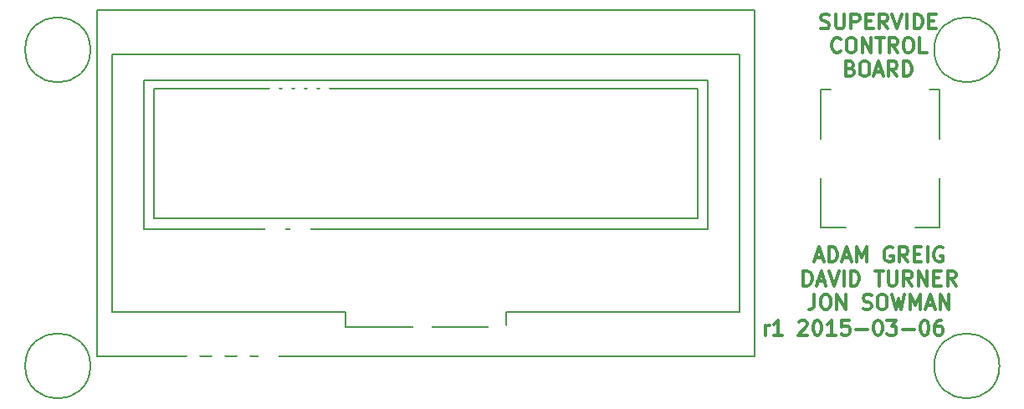
<source format=gto>
G04 #@! TF.FileFunction,Legend,Top*
%FSLAX46Y46*%
G04 Gerber Fmt 4.6, Leading zero omitted, Abs format (unit mm)*
G04 Created by KiCad (PCBNEW 0.201503020946+5465~21~ubuntu14.04.1-product) date Mon 30 Mar 2015 02:09:57 BST*
%MOMM*%
G01*
G04 APERTURE LIST*
%ADD10C,0.100000*%
%ADD11C,0.300000*%
%ADD12C,0.150000*%
%ADD13C,0.650000*%
%ADD14C,1.016000*%
%ADD15C,2.000000*%
%ADD16C,1.600000*%
%ADD17C,3.200000*%
%ADD18C,6.300000*%
%ADD19C,0.600000*%
%ADD20C,3.000000*%
%ADD21R,2.000000X2.000000*%
%ADD22C,2.500000*%
G04 APERTURE END LIST*
D10*
D11*
X125585717Y-132878571D02*
X125585717Y-131878571D01*
X125585717Y-132164286D02*
X125657145Y-132021429D01*
X125728574Y-131950000D01*
X125871431Y-131878571D01*
X126014288Y-131878571D01*
X127300002Y-132878571D02*
X126442859Y-132878571D01*
X126871431Y-132878571D02*
X126871431Y-131378571D01*
X126728574Y-131592857D01*
X126585716Y-131735714D01*
X126442859Y-131807143D01*
X129014287Y-131521429D02*
X129085716Y-131450000D01*
X129228573Y-131378571D01*
X129585716Y-131378571D01*
X129728573Y-131450000D01*
X129800002Y-131521429D01*
X129871430Y-131664286D01*
X129871430Y-131807143D01*
X129800002Y-132021429D01*
X128942859Y-132878571D01*
X129871430Y-132878571D01*
X130800001Y-131378571D02*
X130942858Y-131378571D01*
X131085715Y-131450000D01*
X131157144Y-131521429D01*
X131228573Y-131664286D01*
X131300001Y-131950000D01*
X131300001Y-132307143D01*
X131228573Y-132592857D01*
X131157144Y-132735714D01*
X131085715Y-132807143D01*
X130942858Y-132878571D01*
X130800001Y-132878571D01*
X130657144Y-132807143D01*
X130585715Y-132735714D01*
X130514287Y-132592857D01*
X130442858Y-132307143D01*
X130442858Y-131950000D01*
X130514287Y-131664286D01*
X130585715Y-131521429D01*
X130657144Y-131450000D01*
X130800001Y-131378571D01*
X132728572Y-132878571D02*
X131871429Y-132878571D01*
X132300001Y-132878571D02*
X132300001Y-131378571D01*
X132157144Y-131592857D01*
X132014286Y-131735714D01*
X131871429Y-131807143D01*
X134085715Y-131378571D02*
X133371429Y-131378571D01*
X133300000Y-132092857D01*
X133371429Y-132021429D01*
X133514286Y-131950000D01*
X133871429Y-131950000D01*
X134014286Y-132021429D01*
X134085715Y-132092857D01*
X134157143Y-132235714D01*
X134157143Y-132592857D01*
X134085715Y-132735714D01*
X134014286Y-132807143D01*
X133871429Y-132878571D01*
X133514286Y-132878571D01*
X133371429Y-132807143D01*
X133300000Y-132735714D01*
X134800000Y-132307143D02*
X135942857Y-132307143D01*
X136942857Y-131378571D02*
X137085714Y-131378571D01*
X137228571Y-131450000D01*
X137300000Y-131521429D01*
X137371429Y-131664286D01*
X137442857Y-131950000D01*
X137442857Y-132307143D01*
X137371429Y-132592857D01*
X137300000Y-132735714D01*
X137228571Y-132807143D01*
X137085714Y-132878571D01*
X136942857Y-132878571D01*
X136800000Y-132807143D01*
X136728571Y-132735714D01*
X136657143Y-132592857D01*
X136585714Y-132307143D01*
X136585714Y-131950000D01*
X136657143Y-131664286D01*
X136728571Y-131521429D01*
X136800000Y-131450000D01*
X136942857Y-131378571D01*
X137942857Y-131378571D02*
X138871428Y-131378571D01*
X138371428Y-131950000D01*
X138585714Y-131950000D01*
X138728571Y-132021429D01*
X138800000Y-132092857D01*
X138871428Y-132235714D01*
X138871428Y-132592857D01*
X138800000Y-132735714D01*
X138728571Y-132807143D01*
X138585714Y-132878571D01*
X138157142Y-132878571D01*
X138014285Y-132807143D01*
X137942857Y-132735714D01*
X139514285Y-132307143D02*
X140657142Y-132307143D01*
X141657142Y-131378571D02*
X141799999Y-131378571D01*
X141942856Y-131450000D01*
X142014285Y-131521429D01*
X142085714Y-131664286D01*
X142157142Y-131950000D01*
X142157142Y-132307143D01*
X142085714Y-132592857D01*
X142014285Y-132735714D01*
X141942856Y-132807143D01*
X141799999Y-132878571D01*
X141657142Y-132878571D01*
X141514285Y-132807143D01*
X141442856Y-132735714D01*
X141371428Y-132592857D01*
X141299999Y-132307143D01*
X141299999Y-131950000D01*
X141371428Y-131664286D01*
X141442856Y-131521429D01*
X141514285Y-131450000D01*
X141657142Y-131378571D01*
X143442856Y-131378571D02*
X143157142Y-131378571D01*
X143014285Y-131450000D01*
X142942856Y-131521429D01*
X142799999Y-131735714D01*
X142728570Y-132021429D01*
X142728570Y-132592857D01*
X142799999Y-132735714D01*
X142871427Y-132807143D01*
X143014285Y-132878571D01*
X143299999Y-132878571D01*
X143442856Y-132807143D01*
X143514285Y-132735714D01*
X143585713Y-132592857D01*
X143585713Y-132235714D01*
X143514285Y-132092857D01*
X143442856Y-132021429D01*
X143299999Y-131950000D01*
X143014285Y-131950000D01*
X142871427Y-132021429D01*
X142799999Y-132092857D01*
X142728570Y-132235714D01*
X130685714Y-125050000D02*
X131400000Y-125050000D01*
X130542857Y-125478571D02*
X131042857Y-123978571D01*
X131542857Y-125478571D01*
X132042857Y-125478571D02*
X132042857Y-123978571D01*
X132400000Y-123978571D01*
X132614285Y-124050000D01*
X132757143Y-124192857D01*
X132828571Y-124335714D01*
X132900000Y-124621429D01*
X132900000Y-124835714D01*
X132828571Y-125121429D01*
X132757143Y-125264286D01*
X132614285Y-125407143D01*
X132400000Y-125478571D01*
X132042857Y-125478571D01*
X133471428Y-125050000D02*
X134185714Y-125050000D01*
X133328571Y-125478571D02*
X133828571Y-123978571D01*
X134328571Y-125478571D01*
X134828571Y-125478571D02*
X134828571Y-123978571D01*
X135328571Y-125050000D01*
X135828571Y-123978571D01*
X135828571Y-125478571D01*
X138471428Y-124050000D02*
X138328571Y-123978571D01*
X138114285Y-123978571D01*
X137900000Y-124050000D01*
X137757142Y-124192857D01*
X137685714Y-124335714D01*
X137614285Y-124621429D01*
X137614285Y-124835714D01*
X137685714Y-125121429D01*
X137757142Y-125264286D01*
X137900000Y-125407143D01*
X138114285Y-125478571D01*
X138257142Y-125478571D01*
X138471428Y-125407143D01*
X138542857Y-125335714D01*
X138542857Y-124835714D01*
X138257142Y-124835714D01*
X140042857Y-125478571D02*
X139542857Y-124764286D01*
X139185714Y-125478571D02*
X139185714Y-123978571D01*
X139757142Y-123978571D01*
X139900000Y-124050000D01*
X139971428Y-124121429D01*
X140042857Y-124264286D01*
X140042857Y-124478571D01*
X139971428Y-124621429D01*
X139900000Y-124692857D01*
X139757142Y-124764286D01*
X139185714Y-124764286D01*
X140685714Y-124692857D02*
X141185714Y-124692857D01*
X141400000Y-125478571D02*
X140685714Y-125478571D01*
X140685714Y-123978571D01*
X141400000Y-123978571D01*
X142042857Y-125478571D02*
X142042857Y-123978571D01*
X143542857Y-124050000D02*
X143400000Y-123978571D01*
X143185714Y-123978571D01*
X142971429Y-124050000D01*
X142828571Y-124192857D01*
X142757143Y-124335714D01*
X142685714Y-124621429D01*
X142685714Y-124835714D01*
X142757143Y-125121429D01*
X142828571Y-125264286D01*
X142971429Y-125407143D01*
X143185714Y-125478571D01*
X143328571Y-125478571D01*
X143542857Y-125407143D01*
X143614286Y-125335714D01*
X143614286Y-124835714D01*
X143328571Y-124835714D01*
X129471429Y-127878571D02*
X129471429Y-126378571D01*
X129828572Y-126378571D01*
X130042857Y-126450000D01*
X130185715Y-126592857D01*
X130257143Y-126735714D01*
X130328572Y-127021429D01*
X130328572Y-127235714D01*
X130257143Y-127521429D01*
X130185715Y-127664286D01*
X130042857Y-127807143D01*
X129828572Y-127878571D01*
X129471429Y-127878571D01*
X130900000Y-127450000D02*
X131614286Y-127450000D01*
X130757143Y-127878571D02*
X131257143Y-126378571D01*
X131757143Y-127878571D01*
X132042857Y-126378571D02*
X132542857Y-127878571D01*
X133042857Y-126378571D01*
X133542857Y-127878571D02*
X133542857Y-126378571D01*
X134257143Y-127878571D02*
X134257143Y-126378571D01*
X134614286Y-126378571D01*
X134828571Y-126450000D01*
X134971429Y-126592857D01*
X135042857Y-126735714D01*
X135114286Y-127021429D01*
X135114286Y-127235714D01*
X135042857Y-127521429D01*
X134971429Y-127664286D01*
X134828571Y-127807143D01*
X134614286Y-127878571D01*
X134257143Y-127878571D01*
X136685714Y-126378571D02*
X137542857Y-126378571D01*
X137114286Y-127878571D02*
X137114286Y-126378571D01*
X138042857Y-126378571D02*
X138042857Y-127592857D01*
X138114285Y-127735714D01*
X138185714Y-127807143D01*
X138328571Y-127878571D01*
X138614285Y-127878571D01*
X138757143Y-127807143D01*
X138828571Y-127735714D01*
X138900000Y-127592857D01*
X138900000Y-126378571D01*
X140471429Y-127878571D02*
X139971429Y-127164286D01*
X139614286Y-127878571D02*
X139614286Y-126378571D01*
X140185714Y-126378571D01*
X140328572Y-126450000D01*
X140400000Y-126521429D01*
X140471429Y-126664286D01*
X140471429Y-126878571D01*
X140400000Y-127021429D01*
X140328572Y-127092857D01*
X140185714Y-127164286D01*
X139614286Y-127164286D01*
X141114286Y-127878571D02*
X141114286Y-126378571D01*
X141971429Y-127878571D01*
X141971429Y-126378571D01*
X142685715Y-127092857D02*
X143185715Y-127092857D01*
X143400001Y-127878571D02*
X142685715Y-127878571D01*
X142685715Y-126378571D01*
X143400001Y-126378571D01*
X144900001Y-127878571D02*
X144400001Y-127164286D01*
X144042858Y-127878571D02*
X144042858Y-126378571D01*
X144614286Y-126378571D01*
X144757144Y-126450000D01*
X144828572Y-126521429D01*
X144900001Y-126664286D01*
X144900001Y-126878571D01*
X144828572Y-127021429D01*
X144757144Y-127092857D01*
X144614286Y-127164286D01*
X144042858Y-127164286D01*
X130578571Y-128778571D02*
X130578571Y-129850000D01*
X130507143Y-130064286D01*
X130364286Y-130207143D01*
X130150000Y-130278571D01*
X130007143Y-130278571D01*
X131578571Y-128778571D02*
X131864285Y-128778571D01*
X132007143Y-128850000D01*
X132150000Y-128992857D01*
X132221428Y-129278571D01*
X132221428Y-129778571D01*
X132150000Y-130064286D01*
X132007143Y-130207143D01*
X131864285Y-130278571D01*
X131578571Y-130278571D01*
X131435714Y-130207143D01*
X131292857Y-130064286D01*
X131221428Y-129778571D01*
X131221428Y-129278571D01*
X131292857Y-128992857D01*
X131435714Y-128850000D01*
X131578571Y-128778571D01*
X132864286Y-130278571D02*
X132864286Y-128778571D01*
X133721429Y-130278571D01*
X133721429Y-128778571D01*
X135507143Y-130207143D02*
X135721429Y-130278571D01*
X136078572Y-130278571D01*
X136221429Y-130207143D01*
X136292858Y-130135714D01*
X136364286Y-129992857D01*
X136364286Y-129850000D01*
X136292858Y-129707143D01*
X136221429Y-129635714D01*
X136078572Y-129564286D01*
X135792858Y-129492857D01*
X135650000Y-129421429D01*
X135578572Y-129350000D01*
X135507143Y-129207143D01*
X135507143Y-129064286D01*
X135578572Y-128921429D01*
X135650000Y-128850000D01*
X135792858Y-128778571D01*
X136150000Y-128778571D01*
X136364286Y-128850000D01*
X137292857Y-128778571D02*
X137578571Y-128778571D01*
X137721429Y-128850000D01*
X137864286Y-128992857D01*
X137935714Y-129278571D01*
X137935714Y-129778571D01*
X137864286Y-130064286D01*
X137721429Y-130207143D01*
X137578571Y-130278571D01*
X137292857Y-130278571D01*
X137150000Y-130207143D01*
X137007143Y-130064286D01*
X136935714Y-129778571D01*
X136935714Y-129278571D01*
X137007143Y-128992857D01*
X137150000Y-128850000D01*
X137292857Y-128778571D01*
X138435715Y-128778571D02*
X138792858Y-130278571D01*
X139078572Y-129207143D01*
X139364286Y-130278571D01*
X139721429Y-128778571D01*
X140292858Y-130278571D02*
X140292858Y-128778571D01*
X140792858Y-129850000D01*
X141292858Y-128778571D01*
X141292858Y-130278571D01*
X141935715Y-129850000D02*
X142650001Y-129850000D01*
X141792858Y-130278571D02*
X142292858Y-128778571D01*
X142792858Y-130278571D01*
X143292858Y-130278571D02*
X143292858Y-128778571D01*
X144150001Y-130278571D01*
X144150001Y-128778571D01*
X131228571Y-101807143D02*
X131442857Y-101878571D01*
X131800000Y-101878571D01*
X131942857Y-101807143D01*
X132014286Y-101735714D01*
X132085714Y-101592857D01*
X132085714Y-101450000D01*
X132014286Y-101307143D01*
X131942857Y-101235714D01*
X131800000Y-101164286D01*
X131514286Y-101092857D01*
X131371428Y-101021429D01*
X131300000Y-100950000D01*
X131228571Y-100807143D01*
X131228571Y-100664286D01*
X131300000Y-100521429D01*
X131371428Y-100450000D01*
X131514286Y-100378571D01*
X131871428Y-100378571D01*
X132085714Y-100450000D01*
X132728571Y-100378571D02*
X132728571Y-101592857D01*
X132799999Y-101735714D01*
X132871428Y-101807143D01*
X133014285Y-101878571D01*
X133299999Y-101878571D01*
X133442857Y-101807143D01*
X133514285Y-101735714D01*
X133585714Y-101592857D01*
X133585714Y-100378571D01*
X134300000Y-101878571D02*
X134300000Y-100378571D01*
X134871428Y-100378571D01*
X135014286Y-100450000D01*
X135085714Y-100521429D01*
X135157143Y-100664286D01*
X135157143Y-100878571D01*
X135085714Y-101021429D01*
X135014286Y-101092857D01*
X134871428Y-101164286D01*
X134300000Y-101164286D01*
X135800000Y-101092857D02*
X136300000Y-101092857D01*
X136514286Y-101878571D02*
X135800000Y-101878571D01*
X135800000Y-100378571D01*
X136514286Y-100378571D01*
X138014286Y-101878571D02*
X137514286Y-101164286D01*
X137157143Y-101878571D02*
X137157143Y-100378571D01*
X137728571Y-100378571D01*
X137871429Y-100450000D01*
X137942857Y-100521429D01*
X138014286Y-100664286D01*
X138014286Y-100878571D01*
X137942857Y-101021429D01*
X137871429Y-101092857D01*
X137728571Y-101164286D01*
X137157143Y-101164286D01*
X138442857Y-100378571D02*
X138942857Y-101878571D01*
X139442857Y-100378571D01*
X139942857Y-101878571D02*
X139942857Y-100378571D01*
X140657143Y-101878571D02*
X140657143Y-100378571D01*
X141014286Y-100378571D01*
X141228571Y-100450000D01*
X141371429Y-100592857D01*
X141442857Y-100735714D01*
X141514286Y-101021429D01*
X141514286Y-101235714D01*
X141442857Y-101521429D01*
X141371429Y-101664286D01*
X141228571Y-101807143D01*
X141014286Y-101878571D01*
X140657143Y-101878571D01*
X142157143Y-101092857D02*
X142657143Y-101092857D01*
X142871429Y-101878571D02*
X142157143Y-101878571D01*
X142157143Y-100378571D01*
X142871429Y-100378571D01*
X133228571Y-104135714D02*
X133157142Y-104207143D01*
X132942856Y-104278571D01*
X132799999Y-104278571D01*
X132585714Y-104207143D01*
X132442856Y-104064286D01*
X132371428Y-103921429D01*
X132299999Y-103635714D01*
X132299999Y-103421429D01*
X132371428Y-103135714D01*
X132442856Y-102992857D01*
X132585714Y-102850000D01*
X132799999Y-102778571D01*
X132942856Y-102778571D01*
X133157142Y-102850000D01*
X133228571Y-102921429D01*
X134157142Y-102778571D02*
X134442856Y-102778571D01*
X134585714Y-102850000D01*
X134728571Y-102992857D01*
X134799999Y-103278571D01*
X134799999Y-103778571D01*
X134728571Y-104064286D01*
X134585714Y-104207143D01*
X134442856Y-104278571D01*
X134157142Y-104278571D01*
X134014285Y-104207143D01*
X133871428Y-104064286D01*
X133799999Y-103778571D01*
X133799999Y-103278571D01*
X133871428Y-102992857D01*
X134014285Y-102850000D01*
X134157142Y-102778571D01*
X135442857Y-104278571D02*
X135442857Y-102778571D01*
X136300000Y-104278571D01*
X136300000Y-102778571D01*
X136800000Y-102778571D02*
X137657143Y-102778571D01*
X137228572Y-104278571D02*
X137228572Y-102778571D01*
X139014286Y-104278571D02*
X138514286Y-103564286D01*
X138157143Y-104278571D02*
X138157143Y-102778571D01*
X138728571Y-102778571D01*
X138871429Y-102850000D01*
X138942857Y-102921429D01*
X139014286Y-103064286D01*
X139014286Y-103278571D01*
X138942857Y-103421429D01*
X138871429Y-103492857D01*
X138728571Y-103564286D01*
X138157143Y-103564286D01*
X139942857Y-102778571D02*
X140228571Y-102778571D01*
X140371429Y-102850000D01*
X140514286Y-102992857D01*
X140585714Y-103278571D01*
X140585714Y-103778571D01*
X140514286Y-104064286D01*
X140371429Y-104207143D01*
X140228571Y-104278571D01*
X139942857Y-104278571D01*
X139800000Y-104207143D01*
X139657143Y-104064286D01*
X139585714Y-103778571D01*
X139585714Y-103278571D01*
X139657143Y-102992857D01*
X139800000Y-102850000D01*
X139942857Y-102778571D01*
X141942858Y-104278571D02*
X141228572Y-104278571D01*
X141228572Y-102778571D01*
X134228572Y-105892857D02*
X134442858Y-105964286D01*
X134514286Y-106035714D01*
X134585715Y-106178571D01*
X134585715Y-106392857D01*
X134514286Y-106535714D01*
X134442858Y-106607143D01*
X134300000Y-106678571D01*
X133728572Y-106678571D01*
X133728572Y-105178571D01*
X134228572Y-105178571D01*
X134371429Y-105250000D01*
X134442858Y-105321429D01*
X134514286Y-105464286D01*
X134514286Y-105607143D01*
X134442858Y-105750000D01*
X134371429Y-105821429D01*
X134228572Y-105892857D01*
X133728572Y-105892857D01*
X135514286Y-105178571D02*
X135800000Y-105178571D01*
X135942858Y-105250000D01*
X136085715Y-105392857D01*
X136157143Y-105678571D01*
X136157143Y-106178571D01*
X136085715Y-106464286D01*
X135942858Y-106607143D01*
X135800000Y-106678571D01*
X135514286Y-106678571D01*
X135371429Y-106607143D01*
X135228572Y-106464286D01*
X135157143Y-106178571D01*
X135157143Y-105678571D01*
X135228572Y-105392857D01*
X135371429Y-105250000D01*
X135514286Y-105178571D01*
X136728572Y-106250000D02*
X137442858Y-106250000D01*
X136585715Y-106678571D02*
X137085715Y-105178571D01*
X137585715Y-106678571D01*
X138942858Y-106678571D02*
X138442858Y-105964286D01*
X138085715Y-106678571D02*
X138085715Y-105178571D01*
X138657143Y-105178571D01*
X138800001Y-105250000D01*
X138871429Y-105321429D01*
X138942858Y-105464286D01*
X138942858Y-105678571D01*
X138871429Y-105821429D01*
X138800001Y-105892857D01*
X138657143Y-105964286D01*
X138085715Y-105964286D01*
X139585715Y-106678571D02*
X139585715Y-105178571D01*
X139942858Y-105178571D01*
X140157143Y-105250000D01*
X140300001Y-105392857D01*
X140371429Y-105535714D01*
X140442858Y-105821429D01*
X140442858Y-106035714D01*
X140371429Y-106321429D01*
X140300001Y-106464286D01*
X140157143Y-106607143D01*
X139942858Y-106678571D01*
X139585715Y-106678571D01*
D12*
X140750000Y-122000000D02*
X143250000Y-122000000D01*
X143250000Y-122000000D02*
X143250000Y-117000000D01*
X131250000Y-117000000D02*
X131250000Y-122000000D01*
X131250000Y-122000000D02*
X133750000Y-122000000D01*
X143250000Y-113000000D02*
X143250000Y-108000000D01*
X143250000Y-108000000D02*
X142250000Y-108000000D01*
X132250000Y-108000000D02*
X131250000Y-108000000D01*
X131250000Y-108000000D02*
X131250000Y-113000000D01*
X57300000Y-104000000D02*
G75*
G03X57300000Y-104000000I-3300000J0D01*
G01*
X149300000Y-136000000D02*
G75*
G03X149300000Y-136000000I-3300000J0D01*
G01*
X57300000Y-136000000D02*
G75*
G03X57300000Y-136000000I-3300000J0D01*
G01*
X149300000Y-104000000D02*
G75*
G03X149300000Y-104000000I-3300000J0D01*
G01*
X63750000Y-107950000D02*
X63750000Y-121050000D01*
X63750000Y-121050000D02*
X118750000Y-121050000D01*
X118750000Y-121050000D02*
X118750000Y-107950000D01*
X118750000Y-107950000D02*
X63750000Y-107950000D01*
X62750000Y-107050000D02*
X62750000Y-122150000D01*
X62750000Y-122150000D02*
X119750000Y-122150000D01*
X119750000Y-122150000D02*
X119750000Y-107050000D01*
X119750000Y-107050000D02*
X62750000Y-107050000D01*
X99400000Y-130550000D02*
X123000000Y-130550000D01*
X83150000Y-130550000D02*
X59500000Y-130550000D01*
X83150000Y-130550000D02*
X83150000Y-132050000D01*
X83150000Y-132050000D02*
X99400000Y-132050000D01*
X99400000Y-132050000D02*
X99400000Y-130550000D01*
X59500000Y-104450000D02*
X59500000Y-130550000D01*
X123000000Y-130550000D02*
X123000000Y-104450000D01*
X123000000Y-104450000D02*
X59500000Y-104450000D01*
X58000000Y-100000000D02*
X124500000Y-100000000D01*
X124500000Y-100000000D02*
X124500000Y-135000000D01*
X124500000Y-135000000D02*
X58000000Y-135000000D01*
X58000000Y-135000000D02*
X58000000Y-100000000D01*
%LPC*%
D13*
X53700000Y-114500000D03*
X53700000Y-110500000D03*
D14*
X81000000Y-109270000D03*
X81000000Y-108000000D03*
X79730000Y-109270000D03*
X79730000Y-108000000D03*
X78460000Y-109270000D03*
X78460000Y-108000000D03*
X77190000Y-109270000D03*
X77190000Y-108000000D03*
X75920000Y-109270000D03*
X75920000Y-108000000D03*
D15*
X98500000Y-132500000D03*
X90900000Y-132500000D03*
D16*
X137250000Y-108000000D03*
X139250000Y-108000000D03*
X141250000Y-108000000D03*
X133250000Y-108000000D03*
X135250000Y-108000000D03*
D15*
X137250000Y-122500000D03*
X139750000Y-122500000D03*
X134750000Y-122500000D03*
D17*
X131650000Y-115000000D03*
X142850000Y-115000000D03*
D18*
X54000000Y-104000000D03*
D19*
X54000000Y-101500000D03*
X56500000Y-104000000D03*
X54000000Y-106500000D03*
X51500000Y-104000000D03*
X52200000Y-102200000D03*
X55800000Y-102200000D03*
X52200000Y-105800000D03*
X55800000Y-105800000D03*
D18*
X146000000Y-136000000D03*
D19*
X146000000Y-133500000D03*
X148500000Y-136000000D03*
X146000000Y-138500000D03*
X143500000Y-136000000D03*
X144200000Y-134200000D03*
X147800000Y-134200000D03*
X144200000Y-137800000D03*
X147800000Y-137800000D03*
D18*
X54000000Y-136000000D03*
D19*
X54000000Y-133500000D03*
X56500000Y-136000000D03*
X54000000Y-138500000D03*
X51500000Y-136000000D03*
X52200000Y-134200000D03*
X55800000Y-134200000D03*
X52200000Y-137800000D03*
X55800000Y-137800000D03*
D18*
X146000000Y-104000000D03*
D19*
X146000000Y-101500000D03*
X148500000Y-104000000D03*
X146000000Y-106500000D03*
X143500000Y-104000000D03*
X144200000Y-102200000D03*
X147800000Y-102200000D03*
X144200000Y-105800000D03*
X147800000Y-105800000D03*
D20*
X147000000Y-130000000D03*
X147000000Y-124920000D03*
D15*
X67690000Y-135770000D03*
X67690000Y-133230000D03*
X70230000Y-135770000D03*
X70230000Y-133230000D03*
X72770000Y-135770000D03*
X72770000Y-133230000D03*
D21*
X75310000Y-135770000D03*
D15*
X75310000Y-133230000D03*
X76020000Y-124795000D03*
X76020000Y-122255000D03*
X76020000Y-119715000D03*
X76020000Y-117175000D03*
X78560000Y-117175000D03*
X78560000Y-119715000D03*
X78560000Y-122255000D03*
X78560000Y-124795000D03*
X67090000Y-102600000D03*
X69630000Y-102600000D03*
X72170000Y-102600000D03*
X74710000Y-102600000D03*
X77250000Y-102600000D03*
X79790000Y-102600000D03*
X82330000Y-102600000D03*
X84870000Y-102600000D03*
X87410000Y-102600000D03*
X89950000Y-102600000D03*
X92490000Y-102600000D03*
X95030000Y-102600000D03*
X97570000Y-102600000D03*
X100110000Y-102600000D03*
X102650000Y-102600000D03*
X105190000Y-102600000D03*
X107730000Y-102600000D03*
X110270000Y-102600000D03*
X112810000Y-102600000D03*
X115350000Y-102600000D03*
D22*
X59900000Y-133100000D03*
X59900000Y-101900000D03*
X122600000Y-101900000D03*
X122600000Y-133100000D03*
M02*

</source>
